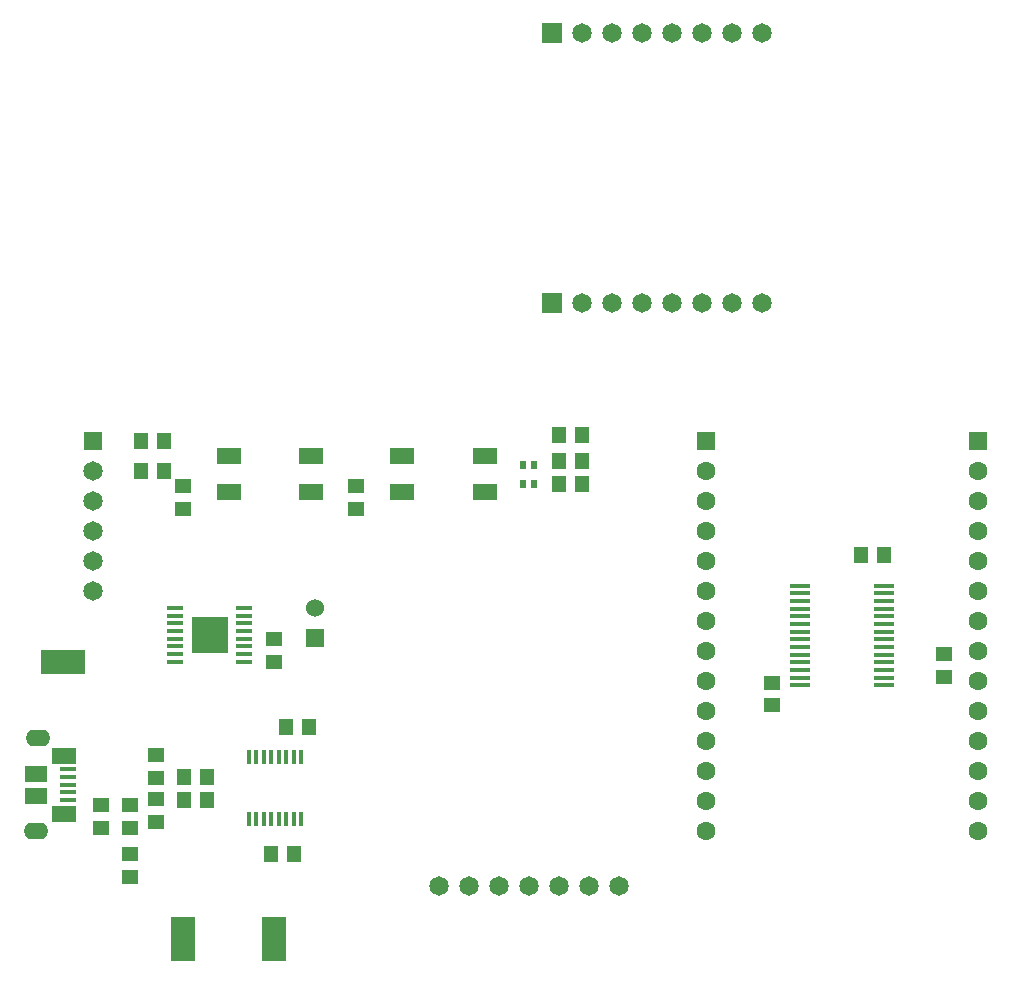
<source format=gbr>
%TF.GenerationSoftware,Altium Limited,Altium Designer,19.1.6 (110)*%
G04 Layer_Color=255*
%FSLAX43Y43*%
%MOMM*%
%TF.FileFunction,Pads,Top*%
%TF.Part,Single*%
G01*
G75*
%TA.AperFunction,SMDPad,CuDef*%
%ADD10R,3.800X2.030*%
%ADD11R,1.285X1.470*%
%ADD12R,0.500X0.800*%
%ADD13R,2.000X1.400*%
%ADD14R,1.470X1.285*%
%ADD15R,1.800X0.450*%
%ADD16O,0.400X1.250*%
%TA.AperFunction,ConnectorPad*%
%ADD17R,1.900X1.375*%
%ADD18R,2.100X1.475*%
%ADD19R,1.380X0.450*%
%TA.AperFunction,SMDPad,CuDef*%
%ADD20R,2.030X3.800*%
%ADD21R,3.100X3.100*%
%ADD22R,1.450X0.450*%
%TA.AperFunction,ComponentPad*%
%ADD26C,1.600*%
%ADD27R,1.600X1.600*%
%ADD28C,1.650*%
%ADD29O,2.100X1.400*%
%ADD30R,1.524X1.524*%
%ADD31C,1.524*%
%ADD32R,1.650X1.650*%
%ADD33C,1.651*%
%ADD34R,1.651X1.651*%
D10*
X4575Y28150D02*
D03*
D11*
X48545Y43200D02*
D03*
X46600D02*
D03*
Y45175D02*
D03*
X48545D02*
D03*
X11175Y46881D02*
D03*
X13120D02*
D03*
Y44341D02*
D03*
X11175D02*
D03*
X74068Y37154D02*
D03*
X72123D02*
D03*
X23502Y22602D02*
D03*
X25448D02*
D03*
X48545Y47325D02*
D03*
X46600D02*
D03*
X16748Y18400D02*
D03*
X14802D02*
D03*
X16748Y16450D02*
D03*
X14802D02*
D03*
X24178Y11912D02*
D03*
X22232D02*
D03*
D12*
X43550Y43200D02*
D03*
X44450D02*
D03*
Y44800D02*
D03*
X43550D02*
D03*
D13*
X33325Y45550D02*
D03*
X40325D02*
D03*
X33325Y42550D02*
D03*
X40325D02*
D03*
X25619D02*
D03*
X18620D02*
D03*
X25619Y45550D02*
D03*
X18620D02*
D03*
D14*
X29425Y41130D02*
D03*
Y43075D02*
D03*
X79150Y28848D02*
D03*
Y26902D02*
D03*
X64605Y26398D02*
D03*
Y24452D02*
D03*
X22469Y30100D02*
D03*
Y28155D02*
D03*
X12475Y18302D02*
D03*
Y20248D02*
D03*
X14720Y41112D02*
D03*
Y43057D02*
D03*
X10250Y14060D02*
D03*
Y16005D02*
D03*
X10245Y9967D02*
D03*
Y11912D02*
D03*
X12475Y14602D02*
D03*
Y16548D02*
D03*
X7825Y14060D02*
D03*
Y16005D02*
D03*
D15*
X66968Y34602D02*
D03*
Y33952D02*
D03*
Y33302D02*
D03*
Y32652D02*
D03*
Y32002D02*
D03*
Y31352D02*
D03*
Y30702D02*
D03*
Y30052D02*
D03*
Y29402D02*
D03*
Y28752D02*
D03*
Y28102D02*
D03*
Y27452D02*
D03*
Y26802D02*
D03*
Y26152D02*
D03*
X74068D02*
D03*
Y26802D02*
D03*
Y27452D02*
D03*
Y28102D02*
D03*
Y28752D02*
D03*
Y29402D02*
D03*
Y30052D02*
D03*
Y30702D02*
D03*
Y31352D02*
D03*
Y32002D02*
D03*
Y32652D02*
D03*
Y33302D02*
D03*
Y33952D02*
D03*
Y34602D02*
D03*
D16*
X20327Y14800D02*
D03*
X20962D02*
D03*
X21597D02*
D03*
X20327Y20050D02*
D03*
X20962D02*
D03*
X21597D02*
D03*
X23502Y14800D02*
D03*
X24137D02*
D03*
X22232D02*
D03*
X22867D02*
D03*
X24772D02*
D03*
X22232Y20050D02*
D03*
X22867D02*
D03*
X23502D02*
D03*
X24137D02*
D03*
X24772D02*
D03*
D17*
X2340Y18688D02*
D03*
Y16812D02*
D03*
D18*
X4640Y15288D02*
D03*
Y20212D02*
D03*
D19*
X5000Y19050D02*
D03*
Y18400D02*
D03*
Y17750D02*
D03*
Y17100D02*
D03*
Y16450D02*
D03*
D20*
X22469Y4675D02*
D03*
X14727D02*
D03*
D21*
X16992Y30425D02*
D03*
D22*
X19917Y32700D02*
D03*
Y32050D02*
D03*
Y31400D02*
D03*
Y30750D02*
D03*
Y30100D02*
D03*
Y29450D02*
D03*
Y28800D02*
D03*
Y28150D02*
D03*
X14067D02*
D03*
Y28800D02*
D03*
Y29450D02*
D03*
Y30100D02*
D03*
Y30750D02*
D03*
Y31400D02*
D03*
Y32050D02*
D03*
Y32700D02*
D03*
D26*
X82036Y18930D02*
D03*
Y21470D02*
D03*
Y24010D02*
D03*
Y29090D02*
D03*
Y31630D02*
D03*
Y36710D02*
D03*
Y41790D02*
D03*
Y44330D02*
D03*
Y39250D02*
D03*
Y34170D02*
D03*
Y26550D02*
D03*
Y16390D02*
D03*
Y13850D02*
D03*
X59000Y18930D02*
D03*
Y21470D02*
D03*
Y24010D02*
D03*
Y29090D02*
D03*
Y31630D02*
D03*
Y36710D02*
D03*
Y41790D02*
D03*
Y44330D02*
D03*
Y39250D02*
D03*
Y34170D02*
D03*
Y26550D02*
D03*
Y16390D02*
D03*
Y13850D02*
D03*
D27*
X82036Y46870D02*
D03*
X59000D02*
D03*
D28*
X51620Y9200D02*
D03*
X49080D02*
D03*
X46540D02*
D03*
X44000D02*
D03*
X41460D02*
D03*
X38920D02*
D03*
X36380D02*
D03*
X7100Y44341D02*
D03*
Y41801D02*
D03*
Y39261D02*
D03*
Y36721D02*
D03*
Y34181D02*
D03*
D29*
X2340Y13800D02*
D03*
X2498Y21687D02*
D03*
D30*
X25900Y30150D02*
D03*
D31*
Y32690D02*
D03*
D32*
X7100Y46881D02*
D03*
D33*
X63740Y81425D02*
D03*
X58660D02*
D03*
X56120D02*
D03*
X53580D02*
D03*
X51040D02*
D03*
X48500D02*
D03*
X61200D02*
D03*
Y58565D02*
D03*
X48500D02*
D03*
X51040D02*
D03*
X53580D02*
D03*
X56120D02*
D03*
X58660D02*
D03*
X63740D02*
D03*
D34*
X45960Y81425D02*
D03*
Y58565D02*
D03*
%TF.MD5,759619119f4e5c5444402c4d43c44676*%
M02*

</source>
